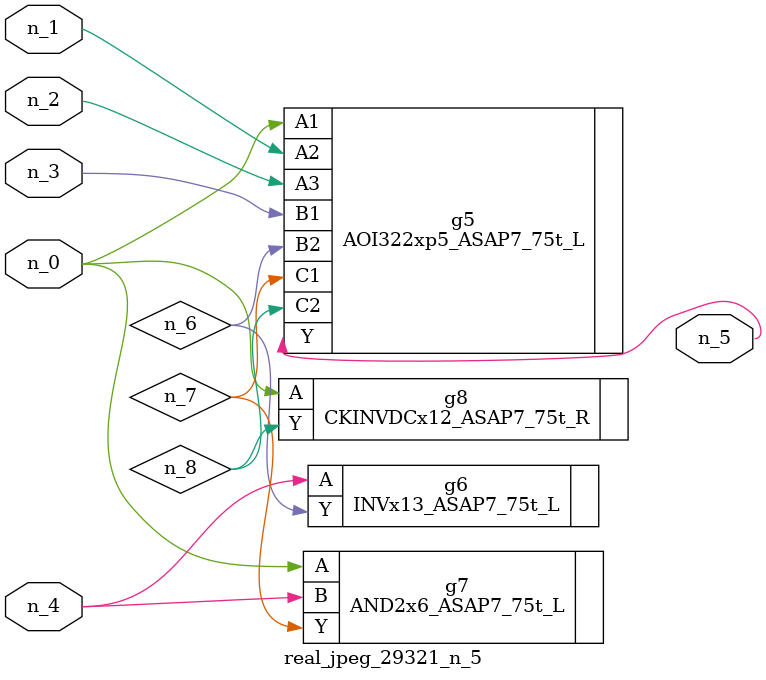
<source format=v>
module real_jpeg_29321_n_5 (n_4, n_0, n_1, n_2, n_3, n_5);

input n_4;
input n_0;
input n_1;
input n_2;
input n_3;

output n_5;

wire n_8;
wire n_6;
wire n_7;

AOI322xp5_ASAP7_75t_L g5 ( 
.A1(n_0),
.A2(n_1),
.A3(n_2),
.B1(n_3),
.B2(n_6),
.C1(n_7),
.C2(n_8),
.Y(n_5)
);

AND2x6_ASAP7_75t_L g7 ( 
.A(n_0),
.B(n_4),
.Y(n_7)
);

CKINVDCx12_ASAP7_75t_R g8 ( 
.A(n_0),
.Y(n_8)
);

INVx13_ASAP7_75t_L g6 ( 
.A(n_4),
.Y(n_6)
);


endmodule
</source>
